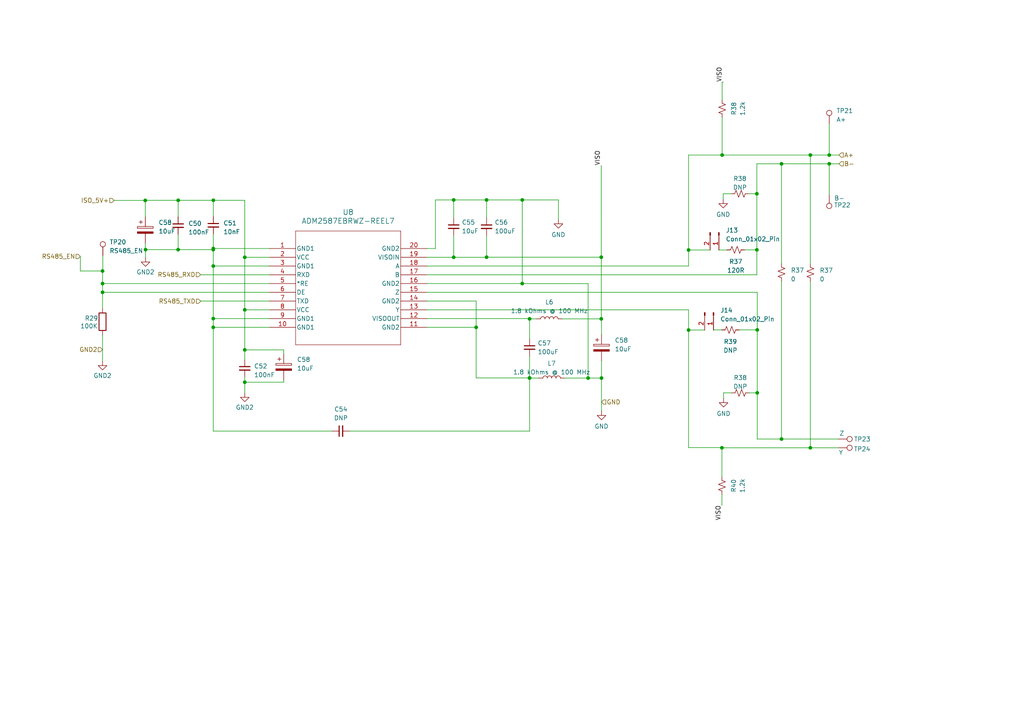
<source format=kicad_sch>
(kicad_sch (version 20231120) (generator "eeschema") (generator_version "8.0")
  (paper "A4")
  (title_block (title "packetRFMS") (date "2024-03-21") (rev "PCB_00132_6A_2124") (company "Packetworx Inc."))
  (lib_symbols
    (symbol "2023-08-11_05-30-27:ADM2587EBRWZ-REEL7" (pin_names (offset 0.254))
      (property "Reference" "U4" (at 22.86 10.5255 0))
      (property "Value" "ADM2587EBRWZ-REEL7" (at 22.86 7.9855 0))
      (symbol "ADM2587EBRWZ-REEL7_0_1"
        (polyline (pts (xy 7.62 -27.94) (xy 38.1 -27.94)) (stroke (width 0.127)))
        (polyline (pts (xy 7.62 5.08) (xy 7.62 -27.94)) (stroke (width 0.127)))
        (polyline (pts (xy 38.1 -27.94) (xy 38.1 5.08)) (stroke (width 0.127)))
        (polyline (pts (xy 38.1 5.08) (xy 7.62 5.08)) (stroke (width 0.127)))
        (pin output line (at 45.72 -20.32 180) (length 7.62) (name "VISOOUT") (number "12"))
        (pin unspecified line (at 45.72 -17.78 180) (length 7.62) (name "Y") (number "13"))
        (pin unspecified line (at 45.72 -12.7 180) (length 7.62) (name "Z") (number "15"))
        (pin unspecified line (at 45.72 -7.62 180) (length 7.62) (name "B") (number "17"))
        (pin unspecified line (at 45.72 -5.08 180) (length 7.62) (name "A") (number "18"))
        (pin unspecified line (at 45.72 -2.54 180) (length 7.62) (name "VISOIN") (number "19"))
        (pin unspecified line (at 0 -7.62 0) (length 7.62) (name "RXD") (number "4"))
        (pin unspecified line (at 0 -10.16 0) (length 7.62) (name "*RE") (number "5"))
        (pin unspecified line (at 0 -12.7 0) (length 7.62) (name "DE") (number "6"))
        (pin unspecified line (at 0 -15.24 0) (length 7.62) (name "TXD") (number "7"))
      )
      (symbol "ADM2587EBRWZ-REEL7_1_1"
        (pin bidirectional line (at 0 0 0) (length 7.62) (name "GND1") (number "1"))
        (pin bidirectional line (at 0 -22.86 0) (length 7.62) (name "GND1") (number "10"))
        (pin bidirectional line (at 45.72 -22.86 180) (length 7.62) (name "GND2") (number "11"))
        (pin bidirectional line (at 45.72 -15.24 180) (length 7.62) (name "GND2") (number "14"))
        (pin bidirectional line (at 45.72 -10.16 180) (length 7.62) (name "GND2") (number "16"))
        (pin bidirectional line (at 0 -2.54 0) (length 7.62) (name "VCC") (number "2"))
        (pin bidirectional line (at 45.72 0 180) (length 7.62) (name "GND2") (number "20"))
        (pin bidirectional line (at 0 -5.08 0) (length 7.62) (name "GND1") (number "3"))
        (pin bidirectional line (at 0 -17.78 0) (length 7.62) (name "VCC") (number "8"))
        (pin bidirectional line (at 0 -20.32 0) (length 7.62) (name "GND1") (number "9"))
      )
    )
    (symbol "Connector:Conn_01x02_Pin" (pin_names (offset 1.016) hide)
      (property "Reference" "J" (at 0 2.54 0))
      (property "Value" "Conn_01x02_Pin" (at 0 -5.08 0))
      (symbol "Conn_01x02_Pin_1_1"
        (polyline (pts (xy 1.27 -2.54) (xy 0.8636 -2.54)) (stroke (width 0.1524)))
        (polyline (pts (xy 1.27 0) (xy 0.8636 0)) (stroke (width 0.1524)))
        (rectangle (start 0.8636 -2.413) (end 0 -2.667) (stroke (width 0.1524)) (fill (type outline)))
        (rectangle (start 0.8636 0.127) (end 0 -0.127) (stroke (width 0.1524)) (fill (type outline)))
        (pin passive line (at 5.08 0 180) (length 3.81) (name "Pin_1") (number "1"))
        (pin passive line (at 5.08 -2.54 180) (length 3.81) (name "Pin_2") (number "2"))
      )
    )
    (symbol "Connector:TestPoint" (pin_numbers hide) (pin_names (offset 0.762) hide)
      (property "Reference" "TP" (at 0 6.858 0))
      (property "Value" "TestPoint" (at 0 5.08 0))
      (symbol "TestPoint_0_1"
        (circle (center 0 3.302) (radius 0.762))
      )
      (symbol "TestPoint_1_1"
        (pin passive line (at 0 0 90) (length 2.54) (name "1") (number "1"))
      )
    )
    (symbol "Device:C_Polarized" (pin_numbers hide) (pin_names (offset 0.254))
      (property "Reference" "C" (at 0.635 2.54 0))
      (property "Value" "C_Polarized" (at 0.635 -2.54 0))
      (symbol "C_Polarized_0_1"
        (rectangle (start -2.286 0.508) (end 2.286 1.016))
        (polyline (pts (xy -1.778 2.286) (xy -0.762 2.286)))
        (polyline (pts (xy -1.27 2.794) (xy -1.27 1.778)))
        (rectangle (start 2.286 -0.508) (end -2.286 -1.016) (fill (type outline)))
      )
      (symbol "C_Polarized_1_1"
        (pin passive line (at 0 3.81 270) (length 2.794) (name "~") (number "1"))
        (pin passive line (at 0 -3.81 90) (length 2.794) (name "~") (number "2"))
      )
    )
    (symbol "Device:C_Small" (pin_numbers hide) (pin_names (offset 0.254) hide)
      (property "Reference" "C" (at 0.254 1.778 0))
      (property "Value" "C_Small" (at 0.254 -2.032 0))
      (symbol "C_Small_0_1"
        (polyline (pts (xy -1.524 -0.508) (xy 1.524 -0.508)) (stroke (width 0.3302)))
        (polyline (pts (xy -1.524 0.508) (xy 1.524 0.508)) (stroke (width 0.3048)))
      )
      (symbol "C_Small_1_1"
        (pin passive line (at 0 2.54 270) (length 2.032) (name "~") (number "1"))
        (pin passive line (at 0 -2.54 90) (length 2.032) (name "~") (number "2"))
      )
    )
    (symbol "Device:L" (pin_numbers hide) (pin_names (offset 1.016) hide)
      (property "Reference" "L" (at -1.27 0 90))
      (property "Value" "L" (at 1.905 0 90))
      (symbol "L_0_1"
        (arc (start 0 -2.54) (mid 0.6323 -1.905) (end 0 -1.27))
        (arc (start 0 -1.27) (mid 0.6323 -0.635) (end 0 0))
        (arc (start 0 0) (mid 0.6323 0.635) (end 0 1.27))
        (arc (start 0 1.27) (mid 0.6323 1.905) (end 0 2.54))
      )
      (symbol "L_1_1"
        (pin passive line (at 0 3.81 270) (length 1.27) (name "1") (number "1"))
        (pin passive line (at 0 -3.81 90) (length 1.27) (name "2") (number "2"))
      )
    )
    (symbol "Device:R" (pin_numbers hide) (pin_names (offset 0))
      (property "Reference" "R" (at 2.032 0 90))
      (property "Value" "R" (at 0 0 90))
      (symbol "R_0_1"
        (rectangle (start -1.016 -2.54) (end 1.016 2.54) (stroke (width 0.254)))
      )
      (symbol "R_1_1"
        (pin passive line (at 0 3.81 270) (length 1.27) (name "~") (number "1"))
        (pin passive line (at 0 -3.81 90) (length 1.27) (name "~") (number "2"))
      )
    )
    (symbol "Device:R_Small_US" (pin_numbers hide) (pin_names (offset 0.254) hide)
      (property "Reference" "R" (at 0.762 0.508 0))
      (property "Value" "R_Small_US" (at 0.762 -1.016 0))
      (symbol "R_Small_US_1_1"
        (polyline (pts (xy 0 0) (xy 1.016 -0.381) (xy 0 -0.762) (xy -1.016 -1.143) (xy 0 -1.524)))
        (polyline (pts (xy 0 1.524) (xy 1.016 1.143) (xy 0 0.762) (xy -1.016 0.381) (xy 0 0)))
        (pin passive line (at 0 2.54 270) (length 1.016) (name "~") (number "1"))
        (pin passive line (at 0 -2.54 90) (length 1.016) (name "~") (number "2"))
      )
    )
    (symbol "power:GND" (power) (pin_names (offset 0))
      (property "Value" "GND" (at 0 -3.81 0))
      (symbol "GND_0_1"
        (polyline (pts (xy 0 0) (xy 0 -1.27) (xy 1.27 -1.27) (xy 0 -2.54) (xy -1.27 -1.27) (xy 0 -1.27)))
      )
      (symbol "GND_1_1"
        (pin power_in line (at 0 0 270) (length 0) hide (name "GND") (number "1"))
      )
    )
    (symbol "power:GND2" (power) (pin_names (offset 0))
      (property "Value" "GND2" (at 0 -3.81 0))
      (symbol "GND2_0_1"
        (polyline (pts (xy 0 0) (xy 0 -1.27) (xy 1.27 -1.27) (xy 0 -2.54) (xy -1.27 -1.27) (xy 0 -1.27)))
      )
      (symbol "GND2_1_1"
        (pin power_in line (at 0 0 270) (length 0) hide (name "GND2") (number "1"))
      )
    )
  )
  (junction (at 138.1051 94.9406))
  (junction (at 199.706 72.5099))
  (junction (at 70.9949 110.8498))
  (junction (at 219.6314 95.6866))
  (junction (at 51.6705 72.4068))
  (junction (at 29.7389 78.6025))
  (junction (at 70.9891 74.6206))
  (junction (at 151.4749 57.9916))
  (junction (at 209.3882 129.8799))
  (junction (at 174.3893 74.5948))
  (junction (at 226.6667 47.5114))
  (junction (at 141.1284 74.5948))
  (junction (at 199.7075 95.7246))
  (junction (at 235.0364 44.9714))
  (junction (at 174.3893 92.4829))
  (junction (at 226.6667 127.3399))
  (junction (at 219.5235 72.468))
  (junction (at 131.5942 74.6206))
  (junction (at 29.7389 84.7806))
  (junction (at 141.1284 57.9916))
  (junction (at 174.4627 109.6521))
  (junction (at 240.5128 47.5114))
  (junction (at 240.5128 44.9714))
  (junction (at 29.7389 82.2406))
  (junction (at 153.5996 92.4829))
  (junction (at 70.9891 89.8606))
  (junction (at 219.5235 56.1998))
  (junction (at 151.4749 82.2406))
  (junction (at 70.9891 101.4825))
  (junction (at 61.8721 72.0806))
  (junction (at 42.2078 72.4068))
  (junction (at 153.5996 109.6521))
  (junction (at 61.8521 94.9406))
  (junction (at 51.6823 58.0937))
  (junction (at 61.8521 92.4006))
  (junction (at 153.5996 109.6191))
  (junction (at 61.8521 77.1606))
  (junction (at 235.0364 129.8799))
  (junction (at 131.5942 57.9916))
  (junction (at 219.6314 113.9453))
  (junction (at 61.8721 58.0937))
  (junction (at 61.8521 72.4068))
  (junction (at 170.5744 109.6521))
  (junction (at 209.4476 44.9714))
  (junction (at 42.1363 58.1342))
  (wire (pts (xy 29.8256 78.6025) (xy 29.7389 78.6025)))
  (wire (pts (xy 215.9608 72.468) (xy 219.5235 72.468)))
  (wire (pts (xy 42.1363 72.4068) (xy 42.1363 70.5135)))
  (wire (pts (xy 126.2925 57.9916) (xy 131.5942 57.9916)))
  (wire (pts (xy 209.3882 129.8799) (xy 235.0364 129.8799)))
  (wire (pts (xy 209.3882 138.3308) (xy 209.3882 129.8799)))
  (wire (pts (xy 70.9949 110.8498) (xy 82.295 110.8498)))
  (wire (pts (xy 131.5942 57.9916) (xy 141.1284 57.9916)))
  (wire (pts (xy 138.1051 94.9406) (xy 123.836 94.9406)))
  (wire (pts (xy 208.5083 72.5099) (xy 210.8808 72.5099)))
  (wire (pts (xy 163.8154 109.6521) (xy 170.5744 109.6521)))
  (wire (pts (xy 209.3882 146.5138) (xy 209.3918 146.5138)))
  (wire (pts (xy 209.3882 129.8136) (xy 209.3882 129.8799)))
  (wire (pts (xy 61.8521 77.1606) (xy 78.116 77.1606)))
  (wire (pts (xy 123.836 87.3206) (xy 138.1051 87.3206)))
  (wire (pts (xy 209.755 56.1998) (xy 212.0794 56.1998)))
  (wire (pts (xy 209.4476 44.9714) (xy 235.0364 44.9714)))
  (wire (pts (xy 209.4476 44.9714) (xy 209.4476 34.0298)))
  (wire (pts (xy 61.8521 72.4068) (xy 61.8721 72.4068)))
  (wire (pts (xy 70.9949 110.8498) (xy 70.9891 110.8498)))
  (wire (pts (xy 138.1051 87.3206) (xy 138.1051 94.9406)))
  (wire (pts (xy 209.8629 115.5191) (xy 209.8629 113.9453)))
  (wire (pts (xy 226.6667 127.3399) (xy 243.1178 127.3399)))
  (wire (pts (xy 151.4749 57.9916) (xy 161.9642 57.9916)))
  (wire (pts (xy 78.116 74.6206) (xy 70.9891 74.6206)))
  (wire (pts (xy 29.7389 82.2406) (xy 29.7389 84.7806)))
  (wire (pts (xy 141.1284 68.3014) (xy 141.1284 74.5948)))
  (wire (pts (xy 61.8721 67.8782) (xy 61.8721 72.0806)))
  (wire (pts (xy 206.9422 95.6827) (xy 206.9422 95.7246)))
  (wire (pts (xy 240.5128 36.0654) (xy 240.5128 44.9714)))
  (wire (pts (xy 219.5235 72.468) (xy 219.5235 79.7006)))
  (wire (pts (xy 214.3947 95.6866) (xy 214.3947 95.6827)))
  (wire (pts (xy 209.7003 23.8435) (xy 209.7003 23.788)))
  (wire (pts (xy 217.2673 113.9453) (xy 219.6314 113.9453)))
  (wire (pts (xy 156.1954 109.6521) (xy 153.5996 109.6521)))
  (wire (pts (xy 199.7075 89.8606) (xy 199.7075 95.7246)))
  (wire (pts (xy 29.7372 104.7624) (xy 29.7372 97.1146)))
  (wire (pts (xy 33.0946 58.1342) (xy 42.1363 58.1342)))
  (wire (pts (xy 70.9891 104.296) (xy 70.9891 101.4825)))
  (wire (pts (xy 240.5128 44.9714) (xy 243.3438 44.9714)))
  (wire (pts (xy 51.6705 62.9069) (xy 51.6823 62.9069)))
  (wire (pts (xy 219.6314 113.9453) (xy 219.6314 127.3399)))
  (wire (pts (xy 29.7389 84.7806) (xy 78.116 84.7806)))
  (wire (pts (xy 199.7075 95.7246) (xy 199.7075 129.8136)))
  (wire (pts (xy 170.5744 82.2624) (xy 151.4749 82.2624)))
  (wire (pts (xy 123.836 82.2406) (xy 151.4749 82.2406)))
  (wire (pts (xy 174.3893 62.2839) (xy 174.3893 74.5948)))
  (wire (pts (xy 210.8808 72.5099) (xy 210.8808 72.468)))
  (wire (pts (xy 123.836 84.7806) (xy 219.6314 84.7806)))
  (wire (pts (xy 61.8521 77.1606) (xy 61.8521 92.4006)))
  (wire (pts (xy 235.0364 44.9714) (xy 240.5128 44.9714)))
  (wire (pts (xy 235.0364 129.8799) (xy 243.1178 129.8799)))
  (wire (pts (xy 209.3882 143.4108) (xy 209.3882 146.5138)))
  (wire (pts (xy 82.295 110.2589) (xy 82.295 110.8498)))
  (wire (pts (xy 199.706 72.5099) (xy 205.9683 72.5099)))
  (wire (pts (xy 51.6705 72.4068) (xy 61.8521 72.4068)))
  (wire (pts (xy 174.3893 62.2839) (xy 174.3872 62.2839)))
  (wire (pts (xy 78.116 87.3206) (xy 58.1949 87.3206)))
  (wire (pts (xy 51.6823 58.0937) (xy 61.8721 58.0937)))
  (wire (pts (xy 70.9949 113.9685) (xy 70.9949 110.8498)))
  (wire (pts (xy 82.295 102.6389) (xy 82.295 101.4825)))
  (wire (pts (xy 131.5942 63.208) (xy 131.5942 57.9916)))
  (wire (pts (xy 209.8629 113.9453) (xy 212.1873 113.9453)))
  (wire (pts (xy 61.8521 92.4006) (xy 61.8521 94.9406)))
  (wire (pts (xy 51.6823 62.9069) (xy 51.6823 58.0937)))
  (wire (pts (xy 70.9891 74.6206) (xy 70.9891 89.8606)))
  (wire (pts (xy 29.8256 74.1452) (xy 29.8256 78.6025)))
  (wire (pts (xy 174.4627 119.2236) (xy 174.4627 109.6521)))
  (wire (pts (xy 214.3947 95.6866) (xy 219.6314 95.6866)))
  (wire (pts (xy 23.3044 74.3854) (xy 23.3044 78.6025)))
  (wire (pts (xy 78.116 94.9406) (xy 61.8521 94.9406)))
  (wire (pts (xy 138.1051 94.9406) (xy 138.1051 109.6191)))
  (wire (pts (xy 61.8721 72.0806) (xy 61.8721 72.4068)))
  (wire (pts (xy 123.836 92.4006) (xy 153.5996 92.4006)))
  (wire (pts (xy 131.5942 68.288) (xy 131.5942 74.6206)))
  (wire (pts (xy 226.6667 76.4888) (xy 226.6667 47.5114)))
  (wire (pts (xy 240.5128 47.5114) (xy 243.3438 47.5114)))
  (wire (pts (xy 226.6667 47.5114) (xy 240.5128 47.5114)))
  (wire (pts (xy 199.706 72.5099) (xy 199.706 77.1606)))
  (wire (pts (xy 78.116 72.0806) (xy 61.8721 72.0806)))
  (wire (pts (xy 153.5996 92.4006) (xy 153.5996 92.4829)))
  (wire (pts (xy 42.1363 58.0937) (xy 42.1363 58.1342)))
  (wire (pts (xy 51.6823 58.0937) (xy 42.1363 58.0937)))
  (wire (pts (xy 209.7003 23.8435) (xy 209.4476 23.8435)))
  (wire (pts (xy 96.3344 125.0354) (xy 61.8521 125.0354)))
  (wire (pts (xy 138.1051 109.6191) (xy 153.5996 109.6191)))
  (wire (pts (xy 153.5996 109.6521) (xy 153.5996 109.6191)))
  (wire (pts (xy 29.7372 97.1146) (xy 29.7389 97.1146)))
  (wire (pts (xy 141.1284 57.9916) (xy 151.4749 57.9916)))
  (wire (pts (xy 123.836 89.8606) (xy 199.7075 89.8606)))
  (wire (pts (xy 153.5996 92.4829) (xy 155.5151 92.4829)))
  (wire (pts (xy 51.6705 67.9869) (xy 51.6705 72.4068)))
  (wire (pts (xy 141.1284 74.5948) (xy 174.3893 74.5948)))
  (wire (pts (xy 42.2078 72.4068) (xy 51.6705 72.4068)))
  (wire (pts (xy 174.4627 109.6521) (xy 174.4627 104.6847)))
  (wire (pts (xy 61.8721 62.7982) (xy 61.8721 58.0937)))
  (wire (pts (xy 29.7389 82.2406) (xy 78.116 82.2406)))
  (wire (pts (xy 70.9891 110.8498) (xy 70.9891 109.376)))
  (wire (pts (xy 58.1949 87.3206) (xy 58.1949 87.374)))
  (wire (pts (xy 219.5235 47.5114) (xy 226.6667 47.5114)))
  (wire (pts (xy 161.9642 57.9916) (xy 161.9642 63.6438)))
  (wire (pts (xy 209.4476 23.8435) (xy 209.4476 28.9498)))
  (wire (pts (xy 126.2925 72.0806) (xy 126.2925 57.9916)))
  (wire (pts (xy 174.4627 92.4829) (xy 174.4627 97.0647)))
  (wire (pts (xy 61.8521 77.1606) (xy 61.8521 72.4068)))
  (wire (pts (xy 123.836 79.7006) (xy 219.5235 79.7006)))
  (wire (pts (xy 58.1635 79.6578) (xy 58.1635 79.7006)))
  (wire (pts (xy 29.7389 84.7806) (xy 29.7389 89.4946)))
  (wire (pts (xy 23.3044 78.6025) (xy 29.7389 78.6025)))
  (wire (pts (xy 151.4749 82.2406) (xy 151.4749 57.9916)))
  (wire (pts (xy 70.9891 101.4825) (xy 82.295 101.4825)))
  (wire (pts (xy 226.6667 81.5688) (xy 226.6667 127.3399)))
  (wire (pts (xy 170.5744 109.6521) (xy 170.5744 82.2624)))
  (wire (pts (xy 42.1363 72.4068) (xy 42.2078 72.4068)))
  (wire (pts (xy 219.5235 56.1998) (xy 219.5235 72.468)))
  (wire (pts (xy 174.3893 92.4829) (xy 174.3893 74.5948)))
  (wire (pts (xy 209.755 57.7736) (xy 209.755 56.1998)))
  (wire (pts (xy 131.5942 74.6206) (xy 141.1284 74.6206)))
  (wire (pts (xy 240.5128 56.4174) (xy 240.5128 47.5114)))
  (wire (pts (xy 61.8521 92.4006) (xy 78.116 92.4006)))
  (wire (pts (xy 163.1351 92.4829) (xy 174.3893 92.4829)))
  (wire (pts (xy 70.9891 89.8606) (xy 78.116 89.8606)))
  (wire (pts (xy 141.1284 63.2214) (xy 141.1284 57.9916)))
  (wire (pts (xy 153.5996 125.0354) (xy 101.4144 125.0354)))
  (wire (pts (xy 219.6314 95.6866) (xy 219.6314 113.9453)))
  (wire (pts (xy 209.3147 95.6827) (xy 206.9422 95.6827)))
  (wire (pts (xy 199.706 44.9714) (xy 209.4476 44.9714)))
  (wire (pts (xy 199.706 44.9714) (xy 199.706 72.5099)))
  (wire (pts (xy 70.9891 74.6206) (xy 70.9891 58.0937)))
  (wire (pts (xy 235.0364 76.524) (xy 235.0364 44.9714)))
  (wire (pts (xy 58.1635 79.7006) (xy 78.116 79.7006)))
  (wire (pts (xy 219.5235 47.5114) (xy 219.5235 56.1998)))
  (wire (pts (xy 61.8721 58.0937) (xy 70.9891 58.0937)))
  (wire (pts (xy 29.7389 78.6025) (xy 29.7389 82.2406)))
  (wire (pts (xy 70.9891 89.8606) (xy 70.9891 101.4825)))
  (wire (pts (xy 219.6314 84.7806) (xy 219.6314 95.6866)))
  (wire (pts (xy 170.5744 109.6521) (xy 174.4627 109.6521)))
  (wire (pts (xy 123.836 74.6206) (xy 131.5942 74.6206)))
  (wire (pts (xy 123.836 77.1606) (xy 199.706 77.1606)))
  (wire (pts (xy 42.2078 74.7189) (xy 42.2078 72.4068)))
  (wire (pts (xy 204.4022 95.7246) (xy 199.7075 95.7246)))
  (wire (pts (xy 235.0364 81.604) (xy 235.0364 129.8799)))
  (wire (pts (xy 217.1594 56.1998) (xy 219.5235 56.1998)))
  (wire (pts (xy 61.8521 125.0354) (xy 61.8521 94.9406)))
  (wire (pts (xy 151.4749 82.2624) (xy 151.4749 82.2406)))
  (wire (pts (xy 153.5996 109.6521) (xy 153.5996 125.0354)))
  (wire (pts (xy 174.3893 92.4829) (xy 174.4627 92.4829)))
  (wire (pts (xy 123.836 72.0806) (xy 126.2925 72.0806)))
  (wire (pts (xy 42.1363 58.1342) (xy 42.1363 62.8935)))
  (wire (pts (xy 174.3872 48.0019) (xy 174.3872 62.2839)))
  (wire (pts (xy 219.6314 127.3399) (xy 226.6667 127.3399)))
  (wire (pts (xy 141.1284 74.5948) (xy 141.1284 74.6206)))
  (wire (pts (xy 153.5996 109.6191) (xy 153.5996 103.3336)))
  (wire (pts (xy 199.7075 129.8136) (xy 209.3882 129.8136)))
  (wire (pts (xy 153.5996 98.2536) (xy 153.5996 92.4829)))
  (label "VISO" (at 209.7003 23.788 90))
  (label "VISO" (at 174.3872 48.0019 90))
  (label "VISO" (at 209.3918 146.5138 270))
  (hierarchical_label "GND" (shape input) (at 174.4627 116.6125 0))
  (hierarchical_label "RS485_TXD" (shape input) (at 58.1949 87.374 180))
  (hierarchical_label "A+" (shape input) (at 243.3438 44.9714 0))
  (hierarchical_label "RS485_EN" (shape input) (at 23.3044 74.3854 180))
  (hierarchical_label "B-" (shape input) (at 243.3438 47.5114 0))
  (hierarchical_label "RS485_RXD" (shape input) (at 58.1635 79.6578 180))
  (hierarchical_label "GND2" (shape input) (at 29.7372 101.3992 180))
  (hierarchical_label "ISO_5V+" (shape input) (at 33.0946 58.1342 180) (property "Intersheetrefs" "${INTERSHEET_REFS}" (effects (hide yes))))
  (symbol (lib_id "Device:C_Small") (at 51.6705 65.4469 0) (unit 1)
    (property "Reference" "C50" (at 54.61 64.8182 0) (effects (justify left)))
    (property "Value" "100nF" (at 54.61 67.3582 0) (effects (justify left)))
    (property "Footprint" "Capacitor_SMD:C_0805_2012Metric" (effects (hide yes)))
    (property "LCSC" "C2830721" (effects (hide yes)))
    (instances (project "packetMODBUS" (path "" (reference "C50") (unit 1))) (project "packetRFMS" (path "" (reference "C89") (unit 1))))
  )
  (symbol (lib_id "Connector:TestPoint") (at 240.5128 56.4174 180) (unit 1)
    (property "Reference" "TP22" (at 246.7422 59.4899 0) (effects (justify left)))
    (property "Value" "B-" (at 244.9918 57.4821 0) (effects (justify left)))
    (property "Footprint" "TestPoint:TestPoint_Pad_D1.0mm" (effects (hide yes)))
  )
  (symbol (lib_id "power:GND") (at 209.8629 115.5191 0) (unit 1)
    (property "Reference" "#PWR0195" (effects (hide yes)))
    (property "Value" "GND" (at 209.8629 119.9625 0))
  )
  (symbol (lib_id "Device:C_Polarized") (at 174.4627 100.8747 0) (unit 1)
    (property "Reference" "C58" (at 178.2926 98.7157 0) (effects (justify left)))
    (property "Value" "10uF" (at 178.2926 101.2557 0) (effects (justify left)))
    (property "Footprint" "Capacitor_Tantalum_SMD:CP_EIA-3216-18_Kemet-A" (effects (hide yes)))
    (property "LCSC" "C154161" (effects (hide yes)))
    (instances (project "packetMODBUS" (path "" (reference "C58") (unit 1))) (project "packetRFMS" (path "" (reference "C97") (unit 1))))
  )
  (symbol (lib_id "Device:C_Small") (at 61.8721 65.3382 0) (unit 1)
    (property "Reference" "C51" (at 64.77 64.7095 0) (effects (justify left)))
    (property "Value" "10nF" (at 64.77 67.2495 0) (effects (justify left)))
    (property "Footprint" "Capacitor_SMD:C_0805_2012Metric" (effects (hide yes)))
    (property "LCSC" "C52278" (effects (hide yes)))
    (instances (project "packetMODBUS" (path "" (reference "C51") (unit 1))) (project "packetRFMS" (path "" (reference "C90") (unit 1))))
  )
  (symbol (lib_id "Connector:TestPoint") (at 243.1178 127.3399 270) (unit 1)
    (property "Reference" "TP23" (at 247.661 127.3824 90) (effects (justify left)))
    (property "Value" "Z" (at 243.4537 125.6995 90) (effects (justify left)))
    (property "Footprint" "TestPoint:TestPoint_Pad_D1.0mm" (effects (hide yes)))
  )
  (symbol (lib_id "Device:C_Small") (at 131.5942 65.748 0) (unit 1)
    (property "Reference" "C55" (at 133.92 64.4843 0) (effects (justify left)))
    (property "Value" "10uF" (at 133.92 67.0243 0) (effects (justify left)))
    (property "Footprint" "Capacitor_SMD:C_0805_2012Metric" (effects (hide yes)))
    (property "LCSC" "C88484" (effects (hide yes)))
    (instances (project "packetMODBUS" (path "" (reference "C55") (unit 1))) (project "packetRFMS" (path "" (reference "C94") (unit 1))))
  )
  (symbol (lib_id "Device:R_Small_US") (at 209.3882 140.8708 180) (unit 1)
    (property "Reference" "R40" (at 212.7955 140.8708 90))
    (property "Value" "1.2k" (at 215.3355 140.8708 90))
    (property "Footprint" "Resistor_SMD:R_0603_1608Metric" (effects (hide yes)))
    (instances (project "packetMODBUS" (path "" (reference "R40") (unit 1))) (project "packetRFMS" (path "" (reference "R84") (unit 1))))
  )
  (symbol (lib_id "Device:R_Small_US") (at 214.7273 113.9453 270) (unit 1)
    (property "Reference" "R38" (at 214.7273 109.564 90))
    (property "Value" "DNP" (at 214.7273 112.104 90))
    (property "Footprint" "Resistor_SMD:R_0603_1608Metric" (effects (hide yes)))
    (instances (project "packetMODBUS" (path "" (reference "R38") (unit 1))) (project "packetRFMS" (path "" (reference "R89") (unit 1))))
  )
  (symbol (lib_id "Device:C_Small") (at 141.1284 65.7614 0) (unit 1)
    (property "Reference" "C56" (at 143.4542 64.4977 0) (effects (justify left)))
    (property "Value" "100uF" (at 143.4542 67.0377 0) (effects (justify left)))
    (property "Footprint" "Capacitor_SMD:C_0805_2012Metric" (effects (hide yes)))
    (property "LCSC" "C141660" (effects (hide yes)))
    (instances (project "packetMODBUS" (path "" (reference "C56") (unit 1))) (project "packetRFMS" (path "" (reference "C95") (unit 1))))
  )
  (symbol (lib_id "Device:C_Polarized") (at 82.295 106.4489 0) (unit 1)
    (property "Reference" "C58" (at 86.1249 104.2899 0) (effects (justify left)))
    (property "Value" "10uF" (at 86.1249 106.8299 0) (effects (justify left)))
    (property "Footprint" "Capacitor_Tantalum_SMD:CP_EIA-3216-18_Kemet-A" (effects (hide yes)))
    (property "LCSC" "C154161" (effects (hide yes)))
    (instances (project "packetMODBUS" (path "" (reference "C58") (unit 1))) (project "packetRFMS" (path "" (reference "C92") (unit 1))))
  )
  (symbol (lib_id "Device:R_Small_US") (at 211.8547 95.6827 90) (unit 1)
    (property "Reference" "R39" (at 211.8547 99.09 90))
    (property "Value" "DNP" (at 211.8547 101.63 90))
    (property "Footprint" "Resistor_SMD:R_0603_1608Metric" (effects (hide yes)))
    (instances (project "packetMODBUS" (path "" (reference "R39") (unit 1))) (project "packetRFMS" (path "" (reference "R86") (unit 1))))
  )
  (symbol (lib_id "2023-08-11_05-30-27:ADM2587EBRWZ-REEL7") (at 78.116 72.0806 0) (unit 1)
    (property "Reference" "U8" (at 100.976 61.5551 0) (effects (font (size 1.524 1.524))))
    (property "Value" "ADM2587EBRWZ-REEL7" (at 100.976 64.0951 0) (effects (font (size 1.524 1.524))))
    (property "Footprint" "PWX-Footprints-SNAP:RW_20_ADI-M" (effects (hide yes)))
    (property "Datasheet" "ADM2587EBRWZ-REEL7" (effects (hide yes)))
    (property "LCSC" "C12081" (effects (hide yes)))
    (instances (project "packetMODBUS" (path "" (reference "U8") (unit 1))) (project "packetRFMS" (path "" (reference "U16") (unit 1))))
  )
  (symbol (lib_id "Device:R_Small_US") (at 213.4208 72.468 90) (unit 1)
    (property "Reference" "R37" (at 213.4208 75.8753 90))
    (property "Value" "120R" (at 213.4208 78.4153 90))
    (property "Footprint" "Resistor_SMD:R_0603_1608Metric" (effects (hide yes)))
    (property "LCSC" "C861094" (effects (hide yes)))
    (instances (project "packetMODBUS" (path "" (reference "R37") (unit 1))) (project "packetRFMS" (path "" (reference "R87") (unit 1))))
  )
  (symbol (lib_id "Device:L") (at 160.0054 109.6521 90) (unit 1)
    (property "Reference" "L7" (at 160.0054 105.41 90))
    (property "Value" "1.8 kOhms @ 100 MHz" (at 160.0054 107.95 90))
    (property "Footprint" "Inductor_SMD:L_0603_1608Metric" (effects (hide yes)))
    (property "LCSC" "C2661611" (effects (hide yes)))
    (instances (project "packetMODBUS" (path "" (reference "L7") (unit 1))) (project "packetRFMS" (path "" (reference "L11") (unit 1))))
  )
  (symbol (lib_id "Device:R_Small_US") (at 235.0364 79.064 180) (unit 1)
    (property "Reference" "R37" (at 237.71 78.429 0) (effects (justify right)))
    (property "Value" "0" (at 237.71 80.969 0) (effects (justify right)))
    (property "Footprint" "Resistor_SMD:R_0603_1608Metric" (effects (hide yes)))
    (property "LCSC" "C176152" (effects (hide yes)))
    (instances (project "packetMODBUS" (path "" (reference "R37") (unit 1))) (project "packetRFMS" (path "" (reference "R91") (unit 1))))
  )
  (symbol (lib_id "Device:R_Small_US") (at 209.4476 31.4898 180) (unit 1)
    (property "Reference" "R38" (at 212.8549 31.4898 90))
    (property "Value" "1.2k" (at 215.3949 31.4898 90))
    (property "Footprint" "Resistor_SMD:R_0603_1608Metric" (effects (hide yes)))
    (property "LCSC" "C114679" (effects (hide yes)))
    (instances (project "packetMODBUS" (path "" (reference "R38") (unit 1))) (project "packetRFMS" (path "" (reference "R85") (unit 1))))
  )
  (symbol (lib_id "Device:R_Small_US") (at 226.6667 79.0288 180) (unit 1)
    (property "Reference" "R37" (at 229.3403 78.3938 0) (effects (justify right)))
    (property "Value" "0" (at 229.3403 80.9338 0) (effects (justify right)))
    (property "Footprint" "Resistor_SMD:R_0603_1608Metric" (effects (hide yes)))
    (property "LCSC" "C176152" (effects (hide yes)))
    (instances (project "packetMODBUS" (path "" (reference "R37") (unit 1))) (project "packetRFMS" (path "" (reference "R90") (unit 1))))
  )
  (symbol (lib_id "Device:C_Small") (at 98.8744 125.0354 90) (unit 1)
    (property "Reference" "C54" (at 98.8807 118.7051 90))
    (property "Value" "DNP" (at 98.8807 121.2451 90))
    (property "Footprint" "Capacitor_SMD:C_1206_3216Metric" (effects (hide yes)))
    (instances (project "packetMODBUS" (path "" (reference "C54") (unit 1))) (project "packetRFMS" (path "" (reference "C93") (unit 1))))
  )
  (symbol (lib_id "Device:C_Small") (at 153.5996 100.7936 0) (unit 1)
    (property "Reference" "C57" (at 155.9254 99.5299 0) (effects (justify left)))
    (property "Value" "100uF" (at 155.9254 102.0699 0) (effects (justify left)))
    (property "Footprint" "Capacitor_SMD:C_0805_2012Metric" (effects (hide yes)))
    (property "LCSC" "C141660" (effects (hide yes)))
    (instances (project "packetMODBUS" (path "" (reference "C57") (unit 1))) (project "packetRFMS" (path "" (reference "C96") (unit 1))))
  )
  (symbol (lib_id "Device:R") (at 29.7389 93.3046 0) (mirror x) (unit 1)
    (property "Reference" "R29" (at 28.4784 92.3214 0) (effects (justify right)))
    (property "Value" "100K" (at 28.3739 94.5835 0) (effects (justify right)))
    (property "Footprint" "Resistor_SMD:R_0603_1608Metric_Pad0.98x0.95mm_HandSolder" (effects (hide yes)))
    (property "LCSC" "C14675" (effects (hide yes)))
    (instances (project "SNAP" (path "" (reference "R29") (unit 1))) (project "packetRFMS" (path "" (reference "R83") (unit 1))) (project "SNAP-Water-Level-Sensor" (path "" (reference "R11") (unit 1))))
  )
  (symbol (lib_id "power:GND") (at 161.9642 63.6438 0) (unit 1)
    (property "Reference" "#PWR0192" (effects (hide yes)))
    (property "Value" "GND" (at 161.9642 68.0872 0))
  )
  (symbol (lib_id "power:GND") (at 209.755 57.7736 0) (unit 1)
    (property "Reference" "#PWR0194" (effects (hide yes)))
    (property "Value" "GND" (at 209.755 62.217 0))
  )
  (symbol (lib_id "Device:C_Polarized") (at 42.1363 66.7035 0) (unit 1)
    (property "Reference" "C58" (at 45.9662 64.5445 0) (effects (justify left)))
    (property "Value" "10uF" (at 45.9662 67.0845 0) (effects (justify left)))
    (property "Footprint" "Capacitor_Tantalum_SMD:CP_EIA-3216-18_Kemet-A" (effects (hide yes)))
    (property "LCSC" "C154161" (effects (hide yes)))
    (instances (project "packetMODBUS" (path "" (reference "C58") (unit 1))) (project "packetRFMS" (path "" (reference "C88") (unit 1))))
  )
  (symbol (lib_id "power:GND") (at 174.4627 119.2236 0) (unit 1)
    (property "Reference" "#PWR0193" (effects (hide yes)))
    (property "Value" "GND" (at 174.4627 123.667 0))
  )
  (symbol (lib_id "Connector:Conn_01x02_Pin") (at 206.9422 90.6446 270) (unit 1)
    (property "Reference" "J14" (at 208.9145 90.0096 90) (effects (justify left)))
    (property "Value" "Conn_01x02_Pin" (at 208.9145 92.5496 90) (effects (justify left)))
    (property "Footprint" "Jumper:SolderJumper-2_P1.3mm_Open_TrianglePad1.0x1.5mm" (effects (hide yes)))
    (instances (project "packetMODBUS" (path "" (reference "J14") (unit 1))) (project "packetRFMS" (path "" (reference "J18") (unit 1))))
  )
  (symbol (lib_id "Connector:TestPoint") (at 240.5128 36.0654 0) (unit 1)
    (property "Reference" "TP21" (at 242.57 32.1284 0) (effects (justify left)))
    (property "Value" "A+" (at 242.57 34.6684 0) (effects (justify left)))
    (property "Footprint" "TestPoint:TestPoint_Pad_D1.0mm" (effects (hide yes)))
  )
  (symbol (lib_id "power:GND2") (at 70.9949 113.9685 0) (unit 1)
    (property "Reference" "#PWR066" (effects (hide yes)))
    (property "Value" "GND2" (at 70.9949 118.1684 0))
    (instances (project "packetMODBUS" (path "" (reference "#PWR066") (unit 1))) (project "packetRFMS" (path "" (reference "#PWR0191") (unit 1))))
  )
  (symbol (lib_id "Connector:TestPoint") (at 29.8256 74.1452 0) (unit 1)
    (property "Reference" "TP20" (at 31.75 70.2082 0) (effects (justify left)))
    (property "Value" "RS485_EN" (at 31.75 72.7482 0) (effects (justify left)))
    (property "Footprint" "TestPoint:TestPoint_Pad_D1.0mm" (effects (hide yes)))
  )
  (symbol (lib_id "Device:R_Small_US") (at 214.6194 56.1998 270) (unit 1)
    (property "Reference" "R38" (at 214.6194 51.8185 90))
    (property "Value" "DNP" (at 214.6194 54.3585 90))
    (property "Footprint" "Resistor_SMD:R_0603_1608Metric" (effects (hide yes)))
    (instances (project "packetMODBUS" (path "" (reference "R38") (unit 1))) (project "packetRFMS" (path "" (reference "R88") (unit 1))))
  )
  (symbol (lib_id "Device:L") (at 159.3251 92.4829 90) (unit 1)
    (property "Reference" "L6" (at 159.3251 87.63 90))
    (property "Value" "1.8 kOhms @ 100 MHz" (at 159.3251 90.17 90))
    (property "Footprint" "Inductor_SMD:L_0603_1608Metric" (effects (hide yes)))
    (property "LCSC" "C2661611" (effects (hide yes)))
    (instances (project "packetMODBUS" (path "" (reference "L6") (unit 1))) (project "packetRFMS" (path "" (reference "L10") (unit 1))))
  )
  (symbol (lib_id "Connector:Conn_01x02_Pin") (at 208.5083 67.4299 270) (unit 1)
    (property "Reference" "J13" (at 210.4806 66.7949 90) (effects (justify left)))
    (property "Value" "Conn_01x02_Pin" (at 210.4806 69.3349 90) (effects (justify left)))
    (property "Footprint" "Jumper:SolderJumper-2_P1.3mm_Open_TrianglePad1.0x1.5mm" (effects (hide yes)))
    (instances (project "packetMODBUS" (path "" (reference "J13") (unit 1))) (project "packetRFMS" (path "" (reference "J19") (unit 1))))
  )
  (symbol (lib_id "Device:C_Small") (at 70.9891 106.836 0) (unit 1)
    (property "Reference" "C52" (at 73.66 106.2073 0) (effects (justify left)))
    (property "Value" "100nF" (at 73.66 108.7473 0) (effects (justify left)))
    (property "Footprint" "Capacitor_SMD:C_1206_3216Metric" (effects (hide yes)))
    (property "LCSC" "C106241" (effects (hide yes)))
    (instances (project "packetMODBUS" (path "" (reference "C52") (unit 1))) (project "packetRFMS" (path "" (reference "C91") (unit 1))))
  )
  (symbol (lib_id "Connector:TestPoint") (at 243.1178 129.8799 270) (unit 1)
    (property "Reference" "TP24" (at 247.6222 130.2433 90) (effects (justify left)))
    (property "Value" "Y" (at 243.2466 131.2531 90) (effects (justify left)))
    (property "Footprint" "TestPoint:TestPoint_Pad_D1.0mm" (effects (hide yes)))
  )
  (symbol (lib_id "power:GND2") (at 42.2078 74.7189 0) (unit 1)
    (property "Reference" "#PWR067" (effects (hide yes)))
    (property "Value" "GND2" (at 42.2078 78.9188 0))
    (instances (project "packetMODBUS" (path "" (reference "#PWR067") (unit 1))) (project "packetRFMS" (path "" (reference "#PWR0190") (unit 1))))
  )
  (symbol (lib_id "power:GND2") (at 29.7372 104.7624 0) (unit 1)
    (property "Reference" "#PWR067" (effects (hide yes)))
    (property "Value" "GND2" (at 29.7372 108.9623 0))
    (instances (project "packetMODBUS" (path "" (reference "#PWR067") (unit 1))) (project "packetRFMS" (path "" (reference "#PWR0189") (unit 1))))
  )
)
</source>
